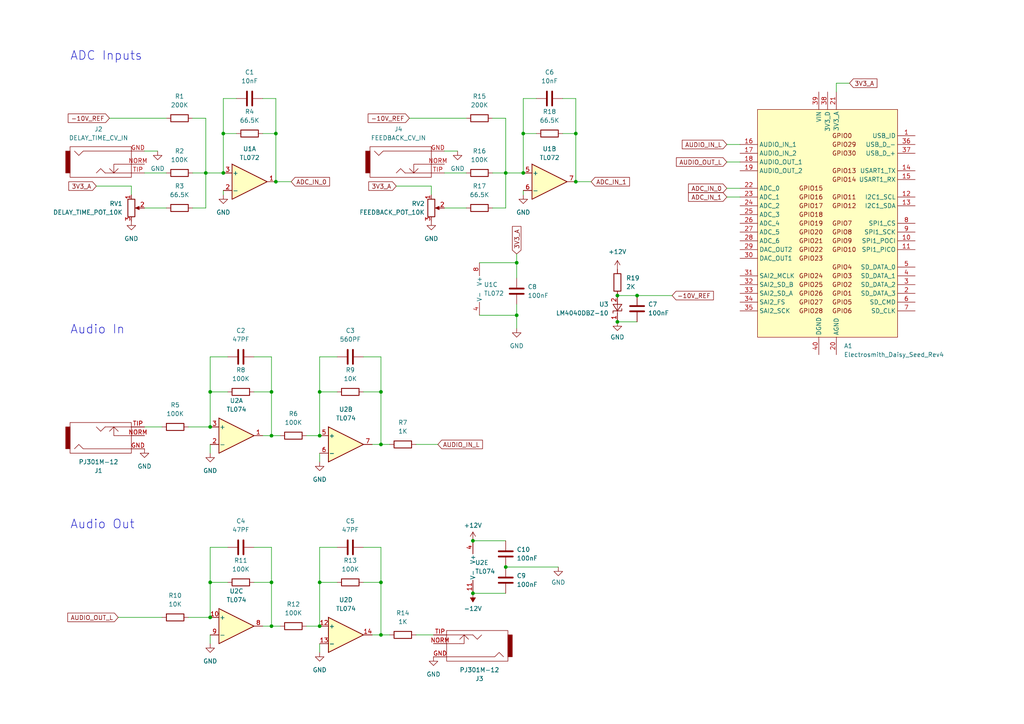
<source format=kicad_sch>
(kicad_sch (version 20230121) (generator eeschema)
  (paper "A4")
  (lib_symbols
    (symbol "Amplifier_Operational:TL072" (pin_names (offset 0.127))
      (property "Reference" "U" (at 0 5.08 0))
      (property "Value" "TL072" (at 0 -5.08 0))
      (symbol "TL072_1_1"
        (polyline (pts (xy -5.08 5.08) (xy 5.08 0) (xy -5.08 -5.08) (xy -5.08 5.08)) (stroke (width 0.254)) (fill (type background)))
        (pin output line (at 7.62 0 180) (length 2.54) (name "~") (number "1"))
        (pin input line (at -7.62 -2.54 0) (length 2.54) (name "-") (number "2"))
        (pin input line (at -7.62 2.54 0) (length 2.54) (name "+") (number "3"))
      )
      (symbol "TL072_2_1"
        (polyline (pts (xy -5.08 5.08) (xy 5.08 0) (xy -5.08 -5.08) (xy -5.08 5.08)) (stroke (width 0.254)) (fill (type background)))
        (pin input line (at -7.62 2.54 0) (length 2.54) (name "+") (number "5"))
        (pin input line (at -7.62 -2.54 0) (length 2.54) (name "-") (number "6"))
        (pin output line (at 7.62 0 180) (length 2.54) (name "~") (number "7"))
      )
      (symbol "TL072_3_1"
        (pin power_in line (at -2.54 -7.62 90) (length 3.81) (name "V-") (number "4"))
        (pin power_in line (at -2.54 7.62 270) (length 3.81) (name "V+") (number "8"))
      )
    )
    (symbol "Amplifier_Operational:TL074" (pin_names (offset 0.127))
      (property "Reference" "U" (at 0 5.08 0))
      (property "Value" "TL074" (at 0 -5.08 0))
      (symbol "TL074_1_1"
        (polyline (pts (xy -5.08 5.08) (xy 5.08 0) (xy -5.08 -5.08) (xy -5.08 5.08)) (stroke (width 0.254)) (fill (type background)))
        (pin output line (at 7.62 0 180) (length 2.54) (name "~") (number "1"))
        (pin input line (at -7.62 -2.54 0) (length 2.54) (name "-") (number "2"))
        (pin input line (at -7.62 2.54 0) (length 2.54) (name "+") (number "3"))
      )
      (symbol "TL074_2_1"
        (polyline (pts (xy -5.08 5.08) (xy 5.08 0) (xy -5.08 -5.08) (xy -5.08 5.08)) (stroke (width 0.254)) (fill (type background)))
        (pin input line (at -7.62 2.54 0) (length 2.54) (name "+") (number "5"))
        (pin input line (at -7.62 -2.54 0) (length 2.54) (name "-") (number "6"))
        (pin output line (at 7.62 0 180) (length 2.54) (name "~") (number "7"))
      )
      (symbol "TL074_3_1"
        (polyline (pts (xy -5.08 5.08) (xy 5.08 0) (xy -5.08 -5.08) (xy -5.08 5.08)) (stroke (width 0.254)) (fill (type background)))
        (pin input line (at -7.62 2.54 0) (length 2.54) (name "+") (number "10"))
        (pin output line (at 7.62 0 180) (length 2.54) (name "~") (number "8"))
        (pin input line (at -7.62 -2.54 0) (length 2.54) (name "-") (number "9"))
      )
      (symbol "TL074_4_1"
        (polyline (pts (xy -5.08 5.08) (xy 5.08 0) (xy -5.08 -5.08) (xy -5.08 5.08)) (stroke (width 0.254)) (fill (type background)))
        (pin input line (at -7.62 2.54 0) (length 2.54) (name "+") (number "12"))
        (pin input line (at -7.62 -2.54 0) (length 2.54) (name "-") (number "13"))
        (pin output line (at 7.62 0 180) (length 2.54) (name "~") (number "14"))
      )
      (symbol "TL074_5_1"
        (pin power_in line (at -2.54 -7.62 90) (length 3.81) (name "V-") (number "11"))
        (pin power_in line (at -2.54 7.62 270) (length 3.81) (name "V+") (number "4"))
      )
    )
    (symbol "Device:C" (pin_numbers hide) (pin_names (offset 0.254))
      (property "Reference" "C" (at 0.635 2.54 0))
      (property "Value" "C" (at 0.635 -2.54 0))
      (symbol "C_0_1"
        (polyline (pts (xy -2.032 -0.762) (xy 2.032 -0.762)) (stroke (width 0.508)))
        (polyline (pts (xy -2.032 0.762) (xy 2.032 0.762)) (stroke (width 0.508)))
      )
      (symbol "C_1_1"
        (pin passive line (at 0 3.81 270) (length 2.794) (name "~") (number "1"))
        (pin passive line (at 0 -3.81 90) (length 2.794) (name "~") (number "2"))
      )
    )
    (symbol "Device:R" (pin_numbers hide) (pin_names (offset 0))
      (property "Reference" "R" (at 2.032 0 90))
      (property "Value" "R" (at 0 0 90))
      (symbol "R_0_1"
        (rectangle (start -1.016 -2.54) (end 1.016 2.54) (stroke (width 0.254)))
      )
      (symbol "R_1_1"
        (pin passive line (at 0 3.81 270) (length 1.27) (name "~") (number "1"))
        (pin passive line (at 0 -3.81 90) (length 1.27) (name "~") (number "2"))
      )
    )
    (symbol "Device:R_Potentiometer" (pin_names (offset 1.016) hide)
      (property "Reference" "RV" (at -4.445 0 90))
      (property "Value" "R_Potentiometer" (at -2.54 0 90))
      (symbol "R_Potentiometer_0_1"
        (polyline (pts (xy 2.54 0) (xy 1.524 0)))
        (polyline (pts (xy 1.143 0) (xy 2.286 0.508) (xy 2.286 -0.508) (xy 1.143 0)) (fill (type outline)))
        (rectangle (start 1.016 2.54) (end -1.016 -2.54) (stroke (width 0.254)))
      )
      (symbol "R_Potentiometer_1_1"
        (pin passive line (at 0 3.81 270) (length 1.27) (name "1") (number "1"))
        (pin passive line (at 3.81 0 180) (length 1.27) (name "2") (number "2"))
        (pin passive line (at 0 -3.81 90) (length 1.27) (name "3") (number "3"))
      )
    )
    (symbol "MCU_Module:Electrosmith_Daisy_Seed_Rev4"
      (property "Reference" "A" (at -20.32 34.29 0))
      (property "Value" "Electrosmith_Daisy_Seed_Rev4" (at 33.02 34.29 0))
      (symbol "Electrosmith_Daisy_Seed_Rev4_0_0"
        (text "GPIO0" (at 1.27 25.4 0) (effects (font (size 1.27 1.27)) (justify left)))
        (text "GPIO1" (at 1.27 -20.32 0) (effects (font (size 1.27 1.27)) (justify left)))
        (text "GPIO10" (at 1.27 -7.62 0) (effects (font (size 1.27 1.27)) (justify left)))
        (text "GPIO11" (at 1.27 7.62 0) (effects (font (size 1.27 1.27)) (justify left)))
        (text "GPIO12" (at 1.27 5.08 0) (effects (font (size 1.27 1.27)) (justify left)))
        (text "GPIO13" (at 1.27 15.24 0) (effects (font (size 1.27 1.27)) (justify left)))
        (text "GPIO14" (at 1.27 12.7 0) (effects (font (size 1.27 1.27)) (justify left)))
        (text "GPIO15" (at -1.27 10.16 0) (effects (font (size 1.27 1.27)) (justify right)))
        (text "GPIO16" (at -1.27 7.62 0) (effects (font (size 1.27 1.27)) (justify right)))
        (text "GPIO17" (at -1.27 5.08 0) (effects (font (size 1.27 1.27)) (justify right)))
        (text "GPIO18" (at -1.27 2.54 0) (effects (font (size 1.27 1.27)) (justify right)))
        (text "GPIO19" (at -1.27 0 0) (effects (font (size 1.27 1.27)) (justify right)))
        (text "GPIO2" (at 1.27 -17.78 0) (effects (font (size 1.27 1.27)) (justify left)))
        (text "GPIO20" (at -1.27 -2.54 0) (effects (font (size 1.27 1.27)) (justify right)))
        (text "GPIO21" (at -1.27 -5.08 0) (effects (font (size 1.27 1.27)) (justify right)))
        (text "GPIO22" (at -1.27 -7.62 0) (effects (font (size 1.27 1.27)) (justify right)))
        (text "GPIO23" (at -1.27 -10.16 0) (effects (font (size 1.27 1.27)) (justify right)))
        (text "GPIO24" (at -1.27 -15.24 0) (effects (font (size 1.27 1.27)) (justify right)))
        (text "GPIO25" (at -1.27 -17.78 0) (effects (font (size 1.27 1.27)) (justify right)))
        (text "GPIO26" (at -1.27 -20.32 0) (effects (font (size 1.27 1.27)) (justify right)))
        (text "GPIO27" (at -1.27 -22.86 0) (effects (font (size 1.27 1.27)) (justify right)))
        (text "GPIO28" (at -1.27 -25.4 0) (effects (font (size 1.27 1.27)) (justify right)))
        (text "GPIO29" (at 1.27 22.86 0) (effects (font (size 1.27 1.27)) (justify left)))
        (text "GPIO3" (at 1.27 -15.24 0) (effects (font (size 1.27 1.27)) (justify left)))
        (text "GPIO30" (at 1.27 20.32 0) (effects (font (size 1.27 1.27)) (justify left)))
        (text "GPIO4" (at 1.27 -12.7 0) (effects (font (size 1.27 1.27)) (justify left)))
        (text "GPIO5" (at 1.27 -22.86 0) (effects (font (size 1.27 1.27)) (justify left)))
        (text "GPIO6" (at 1.27 -25.4 0) (effects (font (size 1.27 1.27)) (justify left)))
        (text "GPIO7" (at 1.27 0 0) (effects (font (size 1.27 1.27)) (justify left)))
        (text "GPIO8" (at 1.27 -2.54 0) (effects (font (size 1.27 1.27)) (justify left)))
        (text "GPIO9" (at 1.27 -5.08 0) (effects (font (size 1.27 1.27)) (justify left)))
        (pin bidirectional line (at 25.4 25.4 180) (length 5.08) (name "USB_ID") (number "1"))
        (pin bidirectional line (at 25.4 -5.08 180) (length 5.08) (name "SPI1_POCI") (number "10"))
        (pin bidirectional line (at 25.4 -7.62 180) (length 5.08) (name "SPI1_PICO") (number "11"))
        (pin bidirectional line (at 25.4 7.62 180) (length 5.08) (name "I2C1_SCL") (number "12"))
        (pin bidirectional line (at 25.4 5.08 180) (length 5.08) (name "I2C1_SDA") (number "13"))
        (pin bidirectional line (at 25.4 15.24 180) (length 5.08) (name "USART1_TX") (number "14"))
        (pin bidirectional line (at 25.4 12.7 180) (length 5.08) (name "USART1_RX") (number "15"))
        (pin input line (at -25.4 22.86 0) (length 5.08) (name "AUDIO_IN_1") (number "16"))
        (pin input line (at -25.4 20.32 0) (length 5.08) (name "AUDIO_IN_2") (number "17"))
        (pin output line (at -25.4 17.78 0) (length 5.08) (name "AUDIO_OUT_1") (number "18"))
        (pin output line (at -25.4 15.24 0) (length 5.08) (name "AUDIO_OUT_2") (number "19"))
        (pin bidirectional line (at 25.4 -20.32 180) (length 5.08) (name "SD_DATA_3") (number "2"))
        (pin power_in line (at 2.54 -38.1 90) (length 5.08) (name "AGND") (number "20"))
        (pin power_out line (at 2.54 38.1 270) (length 5.08) (name "3V3_A") (number "21"))
        (pin bidirectional line (at -25.4 10.16 0) (length 5.08) (name "ADC_0") (number "22"))
        (pin bidirectional line (at -25.4 7.62 0) (length 5.08) (name "ADC_1") (number "23"))
        (pin bidirectional line (at -25.4 5.08 0) (length 5.08) (name "ADC_2") (number "24"))
        (pin bidirectional line (at -25.4 2.54 0) (length 5.08) (name "ADC_3") (number "25"))
        (pin bidirectional line (at -25.4 0 0) (length 5.08) (name "ADC_4") (number "26"))
        (pin bidirectional line (at -25.4 -2.54 0) (length 5.08) (name "ADC_5") (number "27"))
        (pin bidirectional line (at -25.4 -5.08 0) (length 5.08) (name "ADC_6") (number "28"))
        (pin bidirectional line (at -25.4 -7.62 0) (length 5.08) (name "DAC_OUT2") (number "29"))
        (pin bidirectional line (at 25.4 -17.78 180) (length 5.08) (name "SD_DATA_2") (number "3"))
        (pin bidirectional line (at -25.4 -10.16 0) (length 5.08) (name "DAC_OUT1") (number "30"))
        (pin bidirectional line (at -25.4 -15.24 0) (length 5.08) (name "SAI2_MCLK") (number "31"))
        (pin bidirectional line (at -25.4 -17.78 0) (length 5.08) (name "SAI2_SD_B") (number "32"))
        (pin bidirectional line (at -25.4 -20.32 0) (length 5.08) (name "SAI2_SD_A") (number "33"))
        (pin bidirectional line (at -25.4 -22.86 0) (length 5.08) (name "SAI2_FS") (number "34"))
        (pin bidirectional line (at -25.4 -25.4 0) (length 5.08) (name "SAI2_SCK") (number "35"))
        (pin bidirectional line (at 25.4 22.86 180) (length 5.08) (name "USB_D_-") (number "36"))
        (pin bidirectional line (at 25.4 20.32 180) (length 5.08) (name "USB_D_+") (number "37"))
        (pin power_out line (at 0 38.1 270) (length 5.08) (name "3V3_D") (number "38"))
        (pin power_in line (at -2.54 38.1 270) (length 5.08) (name "VIN") (number "39"))
        (pin bidirectional line (at 25.4 -15.24 180) (length 5.08) (name "SD_DATA_1") (number "4"))
        (pin power_in line (at -2.54 -38.1 90) (length 5.08) (name "DGND") (number "40"))
        (pin bidirectional line (at 25.4 -12.7 180) (length 5.08) (name "SD_DATA_0") (number "5"))
        (pin bidirectional line (at 25.4 -22.86 180) (length 5.08) (name "SD_CMD") (number "6"))
        (pin bidirectional line (at 25.4 -25.4 180) (length 5.08) (name "SD_CLK") (number "7"))
        (pin bidirectional line (at 25.4 0 180) (length 5.08) (name "SPI1_CS") (number "8"))
        (pin bidirectional line (at 25.4 -2.54 180) (length 5.08) (name "SPI1_SCK") (number "9"))
      )
      (symbol "Electrosmith_Daisy_Seed_Rev4_0_1"
        (rectangle (start -20.32 33.02) (end 20.32 -33.02) (fill (type background)))
      )
    )
    (symbol "Reference_Voltage:LM4040DBZ-10" (pin_names (offset 0.0254) hide)
      (property "Reference" "U" (at 0 2.54 0))
      (property "Value" "LM4040DBZ-10" (at 0 -3.175 0))
      (symbol "LM4040DBZ-10_0_1"
        (polyline (pts (xy -1.27 0) (xy 0 0) (xy 1.27 0)))
        (polyline (pts (xy -1.27 -1.27) (xy 0.635 0) (xy -1.27 1.27) (xy -1.27 -1.27)) (stroke (width 0.2032)))
        (polyline (pts (xy 0 -1.27) (xy 0.635 -1.27) (xy 0.635 1.27) (xy 1.27 1.27)) (stroke (width 0.2032)))
      )
      (symbol "LM4040DBZ-10_1_1"
        (pin passive line (at 3.81 0 180) (length 2.54) (name "K") (number "1"))
        (pin passive line (at -3.81 0 0) (length 2.54) (name "A") (number "2"))
      )
    )
    (symbol "eurocad:PJ301M-12" (pin_names (offset 1.016))
      (property "Reference" "J2" (at -1.905 10.16 0))
      (property "Value" "PJ301M-12" (at -1.905 7.62 0))
      (symbol "PJ301M-12_0_1"
        (rectangle (start -11.43 3.81) (end -10.16 -2.54) (fill (type outline)))
        (polyline (pts (xy 3.81 0) (xy 7.62 0) (xy 7.62 0)))
        (polyline (pts (xy 0 -2.54) (xy -1.27 -1.27) (xy -2.54 -2.54) (xy -2.54 -2.54)))
        (polyline (pts (xy 0 -2.54) (xy 7.62 -2.54) (xy 7.62 -2.54) (xy 7.62 -2.54)))
        (polyline (pts (xy 1.27 -1.27) (xy 2.54 -2.54) (xy 3.81 -1.27) (xy 3.81 -1.27)))
        (polyline (pts (xy 3.81 0) (xy 2.54 0) (xy 2.54 -2.54) (xy 2.54 -2.54)))
        (polyline (pts (xy 7.62 3.81) (xy -6.35 3.81) (xy -7.62 2.54) (xy -8.89 3.81) (xy -8.89 3.81)))
        (rectangle (start 7.62 -3.81) (end -10.16 5.08))
      )
      (symbol "PJ301M-12_1_1"
        (pin passive line (at 11.43 3.81 180) (length 3.81) (name "~") (number "GND"))
        (pin passive line (at 11.43 0 180) (length 3.81) (name "~") (number "NORM"))
        (pin passive line (at 11.43 -2.54 180) (length 3.81) (name "~") (number "TIP"))
      )
    )
    (symbol "power:+12V" (power) (pin_names (offset 0))
      (property "Value" "+12V" (at 0 3.556 0))
      (symbol "+12V_0_1"
        (polyline (pts (xy -0.762 1.27) (xy 0 2.54)))
        (polyline (pts (xy 0 0) (xy 0 2.54)))
        (polyline (pts (xy 0 2.54) (xy 0.762 1.27)))
      )
      (symbol "+12V_1_1"
        (pin power_in line (at 0 0 90) (length 0) hide (name "+12V") (number "1"))
      )
    )
    (symbol "power:-12V" (power) (pin_names (offset 0))
      (property "Value" "-12V" (at 0 3.81 0))
      (symbol "-12V_0_0"
        (pin power_in line (at 0 0 90) (length 0) hide (name "-12V") (number "1"))
      )
      (symbol "-12V_0_1"
        (polyline (pts (xy 0 0) (xy 0 1.27) (xy 0.762 1.27) (xy 0 2.54) (xy -0.762 1.27) (xy 0 1.27)) (fill (type outline)))
      )
    )
    (symbol "power:GND" (power) (pin_names (offset 0))
      (property "Value" "GND" (at 0 -3.81 0))
      (symbol "GND_0_1"
        (polyline (pts (xy 0 0) (xy 0 -1.27) (xy 1.27 -1.27) (xy 0 -2.54) (xy -1.27 -1.27) (xy 0 -1.27)))
      )
      (symbol "GND_1_1"
        (pin power_in line (at 0 0 270) (length 0) hide (name "GND") (number "1"))
      )
    )
  )
  (junction (at 92.71 126.365))
  (junction (at 92.71 168.91))
  (junction (at 60.96 123.825))
  (junction (at 110.49 113.665))
  (junction (at 92.71 113.665))
  (junction (at 78.74 181.61))
  (junction (at 78.74 168.91))
  (junction (at 80.01 52.705))
  (junction (at 78.74 113.665))
  (junction (at 149.86 76.2))
  (junction (at 179.07 85.725))
  (junction (at 137.16 156.845))
  (junction (at 64.77 50.165))
  (junction (at 151.765 50.165))
  (junction (at 60.96 179.07))
  (junction (at 137.16 172.085))
  (junction (at 60.96 168.91))
  (junction (at 179.07 93.345))
  (junction (at 78.74 126.365))
  (junction (at 92.71 181.61))
  (junction (at 64.77 38.735))
  (junction (at 60.96 113.665))
  (junction (at 146.685 164.465))
  (junction (at 80.01 38.735))
  (junction (at 59.69 50.165))
  (junction (at 110.49 184.15))
  (junction (at 167.005 38.735))
  (junction (at 110.49 168.91))
  (junction (at 184.785 85.725))
  (junction (at 110.49 128.905))
  (junction (at 149.86 91.44))
  (junction (at 146.685 50.165))
  (junction (at 151.765 38.735))
  (junction (at 167.005 52.705))
  (wire (pts (xy 139.065 91.44) (xy 149.86 91.44)))
  (wire (pts (xy 137.16 172.085) (xy 137.16 171.45)))
  (wire (pts (xy 146.685 34.29) (xy 146.685 50.165)))
  (wire (pts (xy 92.71 158.75) (xy 92.71 168.91)))
  (wire (pts (xy 107.95 184.15) (xy 110.49 184.15)))
  (wire (pts (xy 163.195 38.735) (xy 167.005 38.735)))
  (wire (pts (xy 142.875 60.325) (xy 146.685 60.325)))
  (wire (pts (xy 179.07 85.725) (xy 184.785 85.725)))
  (wire (pts (xy 54.61 179.07) (xy 60.96 179.07)))
  (wire (pts (xy 114.935 53.975) (xy 125.095 53.975)))
  (wire (pts (xy 31.75 34.29) (xy 48.26 34.29)))
  (wire (pts (xy 110.49 158.75) (xy 110.49 168.91)))
  (wire (pts (xy 184.785 85.725) (xy 194.945 85.725)))
  (wire (pts (xy 34.29 179.07) (xy 46.99 179.07)))
  (wire (pts (xy 59.69 50.165) (xy 64.77 50.165)))
  (wire (pts (xy 146.685 50.165) (xy 151.765 50.165)))
  (wire (pts (xy 151.765 28.575) (xy 155.575 28.575)))
  (wire (pts (xy 38.1 53.975) (xy 38.1 56.515)))
  (wire (pts (xy 128.905 50.165) (xy 135.255 50.165)))
  (wire (pts (xy 97.79 158.75) (xy 92.71 158.75)))
  (wire (pts (xy 92.71 113.665) (xy 97.79 113.665)))
  (wire (pts (xy 110.49 128.905) (xy 113.03 128.905)))
  (wire (pts (xy 242.57 26.67) (xy 242.57 24.13)))
  (wire (pts (xy 60.96 184.15) (xy 60.96 186.69)))
  (wire (pts (xy 105.41 158.75) (xy 110.49 158.75)))
  (wire (pts (xy 60.96 168.91) (xy 66.04 168.91)))
  (wire (pts (xy 78.74 126.365) (xy 78.74 113.665)))
  (wire (pts (xy 59.69 50.165) (xy 59.69 60.325)))
  (wire (pts (xy 73.66 168.91) (xy 78.74 168.91)))
  (wire (pts (xy 78.74 181.61) (xy 81.28 181.61)))
  (wire (pts (xy 73.66 113.665) (xy 78.74 113.665)))
  (wire (pts (xy 128.905 43.815) (xy 132.715 43.815)))
  (wire (pts (xy 92.71 113.665) (xy 92.71 126.365)))
  (wire (pts (xy 60.96 123.825) (xy 60.96 113.665)))
  (wire (pts (xy 151.765 55.245) (xy 151.765 56.515)))
  (wire (pts (xy 210.82 46.99) (xy 214.63 46.99)))
  (wire (pts (xy 210.82 54.61) (xy 214.63 54.61)))
  (wire (pts (xy 110.49 168.91) (xy 110.49 184.15)))
  (wire (pts (xy 88.9 126.365) (xy 92.71 126.365)))
  (wire (pts (xy 76.2 28.575) (xy 80.01 28.575)))
  (wire (pts (xy 149.86 91.44) (xy 149.86 88.265)))
  (wire (pts (xy 149.86 95.25) (xy 149.86 91.44)))
  (wire (pts (xy 41.91 50.165) (xy 48.26 50.165)))
  (wire (pts (xy 179.07 93.345) (xy 184.785 93.345)))
  (wire (pts (xy 110.49 184.15) (xy 113.03 184.15)))
  (wire (pts (xy 151.765 38.735) (xy 155.575 38.735)))
  (wire (pts (xy 167.005 28.575) (xy 167.005 38.735)))
  (wire (pts (xy 142.875 50.165) (xy 146.685 50.165)))
  (wire (pts (xy 210.82 41.91) (xy 214.63 41.91)))
  (wire (pts (xy 146.685 172.085) (xy 137.16 172.085)))
  (wire (pts (xy 120.65 128.905) (xy 127 128.905)))
  (wire (pts (xy 76.2 181.61) (xy 78.74 181.61)))
  (wire (pts (xy 163.195 28.575) (xy 167.005 28.575)))
  (wire (pts (xy 55.88 60.325) (xy 59.69 60.325)))
  (wire (pts (xy 242.57 24.13) (xy 246.38 24.13)))
  (wire (pts (xy 64.77 50.165) (xy 64.77 38.735)))
  (wire (pts (xy 142.875 34.29) (xy 146.685 34.29)))
  (wire (pts (xy 118.745 34.29) (xy 135.255 34.29)))
  (wire (pts (xy 41.91 43.815) (xy 45.72 43.815)))
  (wire (pts (xy 167.005 38.735) (xy 167.005 52.705)))
  (wire (pts (xy 64.77 28.575) (xy 68.58 28.575)))
  (wire (pts (xy 137.16 156.845) (xy 146.685 156.845)))
  (wire (pts (xy 167.005 52.705) (xy 171.45 52.705)))
  (wire (pts (xy 78.74 158.75) (xy 78.74 168.91)))
  (wire (pts (xy 64.77 55.245) (xy 64.77 56.515)))
  (wire (pts (xy 27.94 53.975) (xy 38.1 53.975)))
  (wire (pts (xy 60.96 113.665) (xy 66.04 113.665)))
  (wire (pts (xy 92.71 186.69) (xy 92.71 189.23)))
  (wire (pts (xy 64.77 38.735) (xy 64.77 28.575)))
  (wire (pts (xy 110.49 113.665) (xy 110.49 128.905)))
  (wire (pts (xy 55.88 50.165) (xy 59.69 50.165)))
  (wire (pts (xy 55.88 34.29) (xy 59.69 34.29)))
  (wire (pts (xy 64.77 38.735) (xy 68.58 38.735)))
  (wire (pts (xy 139.065 76.2) (xy 149.86 76.2)))
  (wire (pts (xy 54.61 123.825) (xy 60.96 123.825)))
  (wire (pts (xy 80.01 28.575) (xy 80.01 38.735)))
  (wire (pts (xy 105.41 168.91) (xy 110.49 168.91)))
  (wire (pts (xy 76.2 126.365) (xy 78.74 126.365)))
  (wire (pts (xy 125.095 53.975) (xy 125.095 56.515)))
  (wire (pts (xy 76.2 38.735) (xy 80.01 38.735)))
  (wire (pts (xy 149.86 76.2) (xy 149.86 80.645)))
  (wire (pts (xy 128.905 60.325) (xy 135.255 60.325)))
  (wire (pts (xy 146.685 164.465) (xy 161.925 164.465)))
  (wire (pts (xy 210.82 57.15) (xy 214.63 57.15)))
  (wire (pts (xy 41.91 123.825) (xy 46.99 123.825)))
  (wire (pts (xy 80.01 52.705) (xy 84.455 52.705)))
  (wire (pts (xy 105.41 103.505) (xy 110.49 103.505)))
  (wire (pts (xy 78.74 181.61) (xy 78.74 168.91)))
  (wire (pts (xy 60.96 103.505) (xy 60.96 113.665)))
  (wire (pts (xy 73.66 158.75) (xy 78.74 158.75)))
  (wire (pts (xy 110.49 103.505) (xy 110.49 113.665)))
  (wire (pts (xy 88.9 181.61) (xy 92.71 181.61)))
  (wire (pts (xy 60.96 158.75) (xy 60.96 168.91)))
  (wire (pts (xy 59.69 34.29) (xy 59.69 50.165)))
  (wire (pts (xy 107.95 128.905) (xy 110.49 128.905)))
  (wire (pts (xy 60.96 128.905) (xy 60.96 131.445)))
  (wire (pts (xy 41.91 60.325) (xy 48.26 60.325)))
  (wire (pts (xy 105.41 113.665) (xy 110.49 113.665)))
  (wire (pts (xy 73.66 103.505) (xy 78.74 103.505)))
  (wire (pts (xy 92.71 131.445) (xy 92.71 133.985)))
  (wire (pts (xy 149.86 73.66) (xy 149.86 76.2)))
  (wire (pts (xy 92.71 168.91) (xy 92.71 181.61)))
  (wire (pts (xy 146.685 50.165) (xy 146.685 60.325)))
  (wire (pts (xy 78.74 126.365) (xy 81.28 126.365)))
  (wire (pts (xy 151.765 38.735) (xy 151.765 28.575)))
  (wire (pts (xy 151.765 50.165) (xy 151.765 38.735)))
  (wire (pts (xy 66.04 103.505) (xy 60.96 103.505)))
  (wire (pts (xy 92.71 168.91) (xy 97.79 168.91)))
  (wire (pts (xy 78.74 103.505) (xy 78.74 113.665)))
  (wire (pts (xy 97.79 103.505) (xy 92.71 103.505)))
  (wire (pts (xy 120.65 184.15) (xy 125.73 184.15)))
  (wire (pts (xy 92.71 103.505) (xy 92.71 113.665)))
  (wire (pts (xy 80.01 38.735) (xy 80.01 52.705)))
  (wire (pts (xy 60.96 179.07) (xy 60.96 168.91)))
  (wire (pts (xy 66.04 158.75) (xy 60.96 158.75)))
  (text "ADC Inputs" (at 20.32 17.78 0) (effects (font (size 2.54 2.54)) (justify left bottom)))
  (text "Audio Out" (at 20.32 153.67 0) (effects (font (size 2.54 2.54)) (justify left bottom)))
  (text "Audio In" (at 20.32 97.155 0) (effects (font (size 2.54 2.54)) (justify left bottom)))
  (global_label "-10V_REF" (shape input) (at 194.945 85.725 0) (property "Intersheetrefs" "${INTERSHEET_REFS}" (effects hide)))
  (global_label "ADC_IN_0" (shape input) (at 84.455 52.705 0) (property "Intersheetrefs" "${INTERSHEET_REFS}" (effects hide)))
  (global_label "ADC_IN_0" (shape input) (at 210.82 54.61 180) (property "Intersheetrefs" "${INTERSHEET_REFS}" (effects hide)))
  (global_label "AUDIO_OUT_L" (shape input) (at 210.82 46.99 180) (property "Intersheetrefs" "${INTERSHEET_REFS}" (effects hide)))
  (global_label "-10V_REF" (shape input) (at 118.745 34.29 180) (property "Intersheetrefs" "${INTERSHEET_REFS}" (effects hide)))
  (global_label "3V3_A" (shape input) (at 27.94 53.975 180) (property "Intersheetrefs" "${INTERSHEET_REFS}" (effects hide)))
  (global_label "AUDIO_OUT_L" (shape input) (at 34.29 179.07 180) (property "Intersheetrefs" "${INTERSHEET_REFS}" (effects hide)))
  (global_label "ADC_IN_1" (shape input) (at 171.45 52.705 0) (property "Intersheetrefs" "${INTERSHEET_REFS}" (effects hide)))
  (global_label "3V3_A" (shape input) (at 246.38 24.13 0) (property "Intersheetrefs" "${INTERSHEET_REFS}" (effects hide)))
  (global_label "AUDIO_IN_L" (shape input) (at 210.82 41.91 180) (property "Intersheetrefs" "${INTERSHEET_REFS}" (effects hide)))
  (global_label "3V3_A" (shape input) (at 114.935 53.975 180) (property "Intersheetrefs" "${INTERSHEET_REFS}" (effects hide)))
  (global_label "3V3_A" (shape input) (at 149.86 73.66 90) (property "Intersheetrefs" "${INTERSHEET_REFS}" (effects hide)))
  (global_label "-10V_REF" (shape input) (at 31.75 34.29 180) (property "Intersheetrefs" "${INTERSHEET_REFS}" (effects hide)))
  (global_label "ADC_IN_1" (shape input) (at 210.82 57.15 180) (property "Intersheetrefs" "${INTERSHEET_REFS}" (effects hide)))
  (global_label "AUDIO_IN_L" (shape input) (at 127 128.905 0) (property "Intersheetrefs" "${INTERSHEET_REFS}" (effects hide)))
  (symbol (lib_id "Device:R") (at 139.065 34.29 90) (unit 1)
    (property "Reference" "R15" (at 139.065 27.94 90))
    (property "Value" "200K" (at 139.065 30.48 90))
  )
  (symbol (lib_id "Device:R") (at 52.07 60.325 90) (unit 1)
    (property "Reference" "R3" (at 52.07 53.975 90))
    (property "Value" "66.5K" (at 52.07 56.515 90))
  )
  (symbol (lib_id "Device:R") (at 116.84 184.15 90) (unit 1)
    (property "Reference" "R14" (at 116.84 177.8 90))
    (property "Value" "1K" (at 116.84 180.34 90))
  )
  (symbol (lib_id "MCU_Module:Electrosmith_Daisy_Seed_Rev4") (at 240.03 64.77 0) (unit 1)
    (property "Reference" "A1" (at 244.7641 100.33 0) (effects (justify left)))
    (property "Value" "Electrosmith_Daisy_Seed_Rev4" (at 244.7641 102.87 0) (effects (justify left)))
    (property "Footprint" "Module:Electrosmith_Daisy_Seed" (effects hide))
    (property "Datasheet" "https://static1.squarespace.com/static/58d03fdc1b10e3bf442567b8/t/6227e6236f02fb68d1577146/1646781988478/Daisy_Seed_datasheet_v1.0.3.pdf" (effects hide))
  )
  (symbol (lib_id "power:GND") (at 64.77 56.515 0) (unit 1)
    (property "Reference" "#PWR01" (effects hide))
    (property "Value" "GND" (at 64.77 61.595 0))
  )
  (symbol (lib_id "Amplifier_Operational:TL074") (at 100.33 128.905 0) (unit 2)
    (property "Reference" "U2" (at 100.33 118.745 0))
    (property "Value" "TL074" (at 100.33 121.285 0))
    (property "Datasheet" "http://www.ti.com/lit/ds/symlink/tl071.pdf" (effects hide))
  )
  (symbol (lib_id "Device:R") (at 159.385 38.735 90) (unit 1)
    (property "Reference" "R18" (at 159.385 32.385 90))
    (property "Value" "66.5K" (at 159.385 34.925 90))
  )
  (symbol (lib_id "Device:R") (at 50.8 179.07 90) (unit 1)
    (property "Reference" "R10" (at 50.8 172.72 90))
    (property "Value" "10K" (at 50.8 175.26 90))
  )
  (symbol (lib_id "Device:R") (at 52.07 34.29 90) (unit 1)
    (property "Reference" "R1" (at 52.07 27.94 90))
    (property "Value" "200K" (at 52.07 30.48 90))
  )
  (symbol (lib_id "power:+12V") (at 179.07 78.105 0) (unit 1)
    (property "Reference" "#PWR016" (effects hide))
    (property "Value" "+12V" (at 179.07 73.025 0))
  )
  (symbol (lib_id "power:GND") (at 132.715 43.815 0) (unit 1)
    (property "Reference" "#PWR011" (effects hide))
    (property "Value" "GND" (at 132.715 48.895 0))
  )
  (symbol (lib_id "Device:R") (at 139.065 60.325 90) (unit 1)
    (property "Reference" "R17" (at 139.065 53.975 90))
    (property "Value" "66.5K" (at 139.065 56.515 90))
  )
  (symbol (lib_id "Device:R_Potentiometer") (at 125.095 60.325 0) (unit 1)
    (property "Reference" "RV2" (at 123.19 59.055 0) (effects (justify right)))
    (property "Value" "FEEDBACK_POT_10K" (at 123.19 61.595 0) (effects (justify right)))
  )
  (symbol (lib_id "eurocad:PJ301M-12") (at 30.48 47.625 0) (unit 1)
    (property "Reference" "J2" (at 28.575 37.465 0))
    (property "Value" "DELAY_TIME_CV_IN" (at 28.575 40.005 0))
  )
  (symbol (lib_id "Device:R") (at 85.09 126.365 90) (unit 1)
    (property "Reference" "R6" (at 85.09 120.015 90))
    (property "Value" "100K" (at 85.09 122.555 90))
  )
  (symbol (lib_id "Device:R") (at 69.85 113.665 90) (unit 1)
    (property "Reference" "R8" (at 69.85 107.315 90))
    (property "Value" "100K" (at 69.85 109.855 90))
  )
  (symbol (lib_id "Amplifier_Operational:TL074") (at 68.58 181.61 0) (unit 3)
    (property "Reference" "U2" (at 68.58 171.45 0))
    (property "Value" "TL074" (at 68.58 173.99 0))
    (property "Datasheet" "http://www.ti.com/lit/ds/symlink/tl071.pdf" (effects hide))
  )
  (symbol (lib_id "Device:C") (at 101.6 158.75 90) (unit 1)
    (property "Reference" "C5" (at 101.6 151.13 90))
    (property "Value" "47PF" (at 101.6 153.67 90))
  )
  (symbol (lib_id "Device:R") (at 72.39 38.735 90) (unit 1)
    (property "Reference" "R4" (at 72.39 32.385 90))
    (property "Value" "66.5K" (at 72.39 34.925 90))
  )
  (symbol (lib_id "Amplifier_Operational:TL074") (at 139.7 164.465 0) (unit 5)
    (property "Reference" "U2" (at 137.795 163.195 0) (effects (justify left)))
    (property "Value" "TL074" (at 137.795 165.735 0) (effects (justify left)))
    (property "Datasheet" "http://www.ti.com/lit/ds/symlink/tl071.pdf" (effects hide))
  )
  (symbol (lib_id "Device:C") (at 184.785 89.535 0) (unit 1)
    (property "Reference" "C7" (at 187.96 88.265 0) (effects (justify left)))
    (property "Value" "100nF" (at 187.96 90.805 0) (effects (justify left)))
  )
  (symbol (lib_id "Reference_Voltage:LM4040DBZ-10") (at 179.07 89.535 90) (mirror x) (unit 1)
    (property "Reference" "U3" (at 176.53 88.265 90) (effects (justify left)))
    (property "Value" "LM4040DBZ-10" (at 176.53 90.805 90) (effects (justify left)))
    (property "Footprint" "Package_TO_SOT_SMD:SOT-23" (effects hide))
    (property "Datasheet" "http://www.ti.com/lit/ds/symlink/lm4040-n.pdf" (effects hide))
  )
  (symbol (lib_id "power:GND") (at 60.96 186.69 0) (unit 1)
    (property "Reference" "#PWR04" (effects hide))
    (property "Value" "GND" (at 60.96 191.77 0))
  )
  (symbol (lib_id "Device:C") (at 146.685 168.275 0) (unit 1)
    (property "Reference" "C9" (at 149.86 167.005 0) (effects (justify left)))
    (property "Value" "100nF" (at 149.86 169.545 0) (effects (justify left)))
  )
  (symbol (lib_id "power:-12V") (at 137.16 172.085 180) (unit 1)
    (property "Reference" "#PWR014" (effects hide))
    (property "Value" "-12V" (at 137.16 176.53 0))
  )
  (symbol (lib_id "power:GND") (at 45.72 43.815 0) (unit 1)
    (property "Reference" "#PWR06" (effects hide))
    (property "Value" "GND" (at 45.72 48.895 0))
  )
  (symbol (lib_id "Device:R") (at 101.6 168.91 90) (unit 1)
    (property "Reference" "R13" (at 101.6 162.56 90))
    (property "Value" "100K" (at 101.6 165.1 90))
  )
  (symbol (lib_id "power:GND") (at 92.71 189.23 0) (unit 1)
    (property "Reference" "#PWR05" (effects hide))
    (property "Value" "GND" (at 92.71 194.31 0))
  )
  (symbol (lib_id "power:GND") (at 38.1 64.135 0) (unit 1)
    (property "Reference" "#PWR09" (effects hide))
    (property "Value" "GND" (at 38.1 69.215 0))
  )
  (symbol (lib_id "power:GND") (at 41.91 130.175 0) (unit 1)
    (property "Reference" "#PWR07" (effects hide))
    (property "Value" "GND" (at 41.91 135.255 0))
  )
  (symbol (lib_id "power:GND") (at 125.095 64.135 0) (unit 1)
    (property "Reference" "#PWR010" (effects hide))
    (property "Value" "GND" (at 125.095 69.215 0))
  )
  (symbol (lib_id "Device:R") (at 179.07 81.915 0) (unit 1)
    (property "Reference" "R19" (at 181.61 80.645 0) (effects (justify left)))
    (property "Value" "2K" (at 181.61 83.185 0) (effects (justify left)))
  )
  (symbol (lib_id "Amplifier_Operational:TL074") (at 68.58 126.365 0) (unit 1)
    (property "Reference" "U2" (at 68.58 116.205 0))
    (property "Value" "TL074" (at 68.58 118.745 0))
    (property "Datasheet" "http://www.ti.com/lit/ds/symlink/tl071.pdf" (effects hide))
  )
  (symbol (lib_id "Device:R") (at 101.6 113.665 90) (unit 1)
    (property "Reference" "R9" (at 101.6 107.315 90))
    (property "Value" "10K" (at 101.6 109.855 90))
  )
  (symbol (lib_id "Device:R") (at 69.85 168.91 90) (unit 1)
    (property "Reference" "R11" (at 69.85 162.56 90))
    (property "Value" "100K" (at 69.85 165.1 90))
  )
  (symbol (lib_id "power:+12V") (at 137.16 156.845 0) (unit 1)
    (property "Reference" "#PWR013" (effects hide))
    (property "Value" "+12V" (at 137.16 152.4 0))
  )
  (symbol (lib_id "Device:C") (at 72.39 28.575 90) (unit 1)
    (property "Reference" "C1" (at 72.39 20.955 90))
    (property "Value" "10nF" (at 72.39 23.495 90))
  )
  (symbol (lib_id "Device:C") (at 101.6 103.505 90) (unit 1)
    (property "Reference" "C3" (at 101.6 95.885 90))
    (property "Value" "560PF" (at 101.6 98.425 90))
  )
  (symbol (lib_id "power:GND") (at 149.86 95.25 0) (unit 1)
    (property "Reference" "#PWR015" (effects hide))
    (property "Value" "GND" (at 149.86 100.33 0))
  )
  (symbol (lib_id "Device:C") (at 146.685 160.655 0) (unit 1)
    (property "Reference" "C10" (at 149.86 159.385 0) (effects (justify left)))
    (property "Value" "100nF" (at 149.86 161.925 0) (effects (justify left)))
  )
  (symbol (lib_id "eurocad:PJ301M-12") (at 117.475 47.625 0) (unit 1)
    (property "Reference" "J4" (at 115.57 37.465 0))
    (property "Value" "FEEDBACK_CV_IN" (at 115.57 40.005 0))
  )
  (symbol (lib_id "Device:R") (at 139.065 50.165 90) (unit 1)
    (property "Reference" "R16" (at 139.065 43.815 90))
    (property "Value" "100K" (at 139.065 46.355 90))
  )
  (symbol (lib_id "Device:C") (at 149.86 84.455 0) (unit 1)
    (property "Reference" "C8" (at 153.035 83.185 0) (effects (justify left)))
    (property "Value" "100nF" (at 153.035 85.725 0) (effects (justify left)))
  )
  (symbol (lib_id "Device:R_Potentiometer") (at 38.1 60.325 0) (unit 1)
    (property "Reference" "RV1" (at 35.56 59.055 0) (effects (justify right)))
    (property "Value" "DELAY_TIME_POT_10K" (at 35.56 61.595 0) (effects (justify right)))
  )
  (symbol (lib_id "Amplifier_Operational:TL072") (at 159.385 52.705 0) (unit 2)
    (property "Reference" "U1" (at 159.385 43.18 0))
    (property "Value" "TL072" (at 159.385 45.72 0))
    (property "Datasheet" "http://www.ti.com/lit/ds/symlink/tl071.pdf" (effects hide))
  )
  (symbol (lib_id "Amplifier_Operational:TL072") (at 72.39 52.705 0) (unit 1)
    (property "Reference" "U1" (at 72.39 43.18 0))
    (property "Value" "TL072" (at 72.39 45.72 0))
    (property "Datasheet" "http://www.ti.com/lit/ds/symlink/tl071.pdf" (effects hide))
  )
  (symbol (lib_id "eurocad:PJ301M-12") (at 30.48 126.365 0) (mirror x) (unit 1)
    (property "Reference" "J1" (at 28.575 136.525 0))
    (property "Value" "PJ301M-12" (at 28.575 133.985 0))
  )
  (symbol (lib_id "Device:R") (at 52.07 50.165 90) (unit 1)
    (property "Reference" "R2" (at 52.07 43.815 90))
    (property "Value" "100K" (at 52.07 46.355 90))
  )
  (symbol (lib_id "power:GND") (at 151.765 56.515 0) (unit 1)
    (property "Reference" "#PWR012" (effects hide))
    (property "Value" "GND" (at 151.765 61.595 0))
  )
  (symbol (lib_id "power:GND") (at 125.73 190.5 0) (unit 1)
    (property "Reference" "#PWR08" (effects hide))
    (property "Value" "GND" (at 125.73 195.58 0))
  )
  (symbol (lib_id "Device:R") (at 50.8 123.825 90) (unit 1)
    (property "Reference" "R5" (at 50.8 117.475 90))
    (property "Value" "100K" (at 50.8 120.015 90))
  )
  (symbol (lib_id "Device:C") (at 69.85 103.505 90) (unit 1)
    (property "Reference" "C2" (at 69.85 95.885 90))
    (property "Value" "47PF" (at 69.85 98.425 90))
  )
  (symbol (lib_id "power:GND") (at 161.925 164.465 0) (unit 1)
    (property "Reference" "#PWR018" (effects hide))
    (property "Value" "GND" (at 161.925 168.91 0))
  )
  (symbol (lib_id "power:GND") (at 92.71 133.985 0) (unit 1)
    (property "Reference" "#PWR03" (effects hide))
    (property "Value" "GND" (at 92.71 139.065 0))
  )
  (symbol (lib_id "eurocad:PJ301M-12") (at 137.16 186.69 180) (unit 1)
    (property "Reference" "J3" (at 139.065 196.85 0))
    (property "Value" "PJ301M-12" (at 139.065 194.31 0))
  )
  (symbol (lib_id "power:GND") (at 60.96 131.445 0) (unit 1)
    (property "Reference" "#PWR02" (effects hide))
    (property "Value" "GND" (at 60.96 136.525 0))
  )
  (symbol (lib_id "Device:C") (at 159.385 28.575 90) (unit 1)
    (property "Reference" "C6" (at 159.385 20.955 90))
    (property "Value" "10nF" (at 159.385 23.495 90))
  )
  (symbol (lib_id "power:GND") (at 179.07 93.345 0) (unit 1)
    (property "Reference" "#PWR017" (effects hide))
    (property "Value" "GND" (at 179.07 97.79 0))
  )
  (symbol (lib_id "Device:C") (at 69.85 158.75 90) (unit 1)
    (property "Reference" "C4" (at 69.85 151.13 90))
    (property "Value" "47PF" (at 69.85 153.67 90))
  )
  (symbol (lib_id "Device:R") (at 116.84 128.905 90) (unit 1)
    (property "Reference" "R7" (at 116.84 122.555 90))
    (property "Value" "1K" (at 116.84 125.095 90))
  )
  (symbol (lib_id "Amplifier_Operational:TL074") (at 100.33 184.15 0) (unit 4)
    (property "Reference" "U2" (at 100.33 173.99 0))
    (property "Value" "TL074" (at 100.33 176.53 0))
    (property "Datasheet" "http://www.ti.com/lit/ds/symlink/tl071.pdf" (effects hide))
  )
  (symbol (lib_id "Amplifier_Operational:TL072") (at 141.605 83.82 0) (unit 3)
    (property "Reference" "U1" (at 140.335 82.55 0) (effects (justify left)))
    (property "Value" "TL072" (at 140.335 85.09 0) (effects (justify left)))
    (property "Datasheet" "http://www.ti.com/lit/ds/symlink/tl071.pdf" (effects hide))
  )
  (symbol (lib_id "Device:R") (at 85.09 181.61 90) (unit 1)
    (property "Reference" "R12" (at 85.09 175.26 90))
    (property "Value" "100K" (at 85.09 177.8 90))
  )
)
</source>
